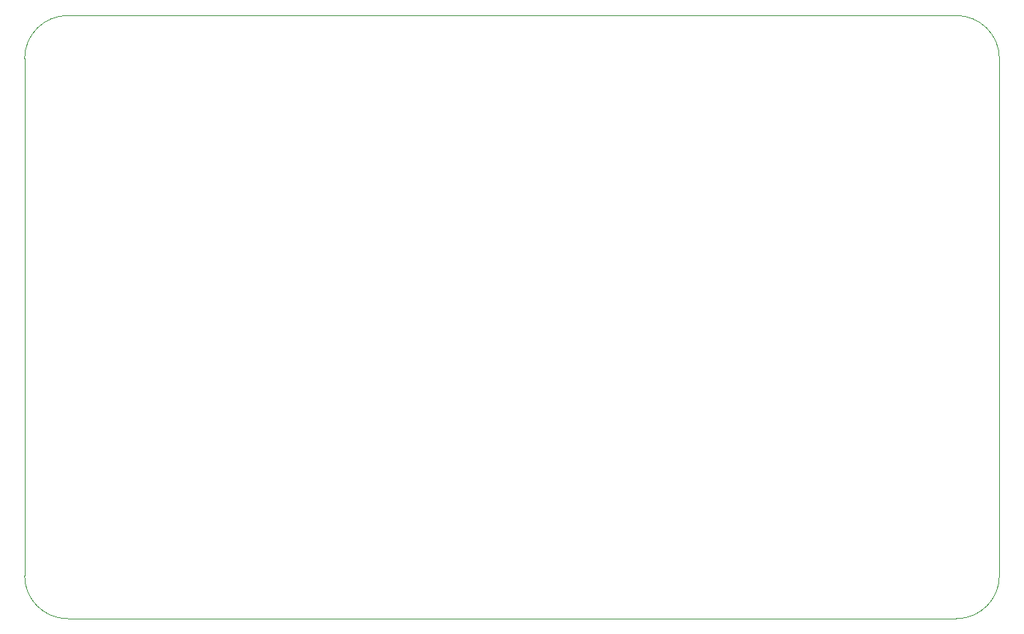
<source format=gbr>
%TF.GenerationSoftware,KiCad,Pcbnew,(5.1.10)-1*%
%TF.CreationDate,2022-05-25T15:21:49+02:00*%
%TF.ProjectId,NGL_Proto_EURO,4e474c5f-5072-46f7-946f-5f4555524f2e,V1*%
%TF.SameCoordinates,Original*%
%TF.FileFunction,Profile,NP*%
%FSLAX46Y46*%
G04 Gerber Fmt 4.6, Leading zero omitted, Abs format (unit mm)*
G04 Created by KiCad (PCBNEW (5.1.10)-1) date 2022-05-25 15:21:49*
%MOMM*%
%LPD*%
G01*
G04 APERTURE LIST*
%TA.AperFunction,Profile*%
%ADD10C,0.050000*%
%TD*%
G04 APERTURE END LIST*
D10*
X208000000Y-50000000D02*
X105000000Y-50000000D01*
X213000000Y-115000000D02*
X213000000Y-55000000D01*
X208000000Y-120000000D02*
X105000000Y-120000000D01*
X208000000Y-50000000D02*
G75*
G02*
X213000000Y-55000000I0J-5000000D01*
G01*
X213000000Y-115000000D02*
G75*
G02*
X208000000Y-120000000I-5000000J0D01*
G01*
X100000000Y-115000000D02*
X100000000Y-55000000D01*
X100000000Y-55000000D02*
G75*
G02*
X105000000Y-50000000I5000000J0D01*
G01*
X105000000Y-120000000D02*
G75*
G02*
X100000000Y-115000000I0J5000000D01*
G01*
M02*

</source>
